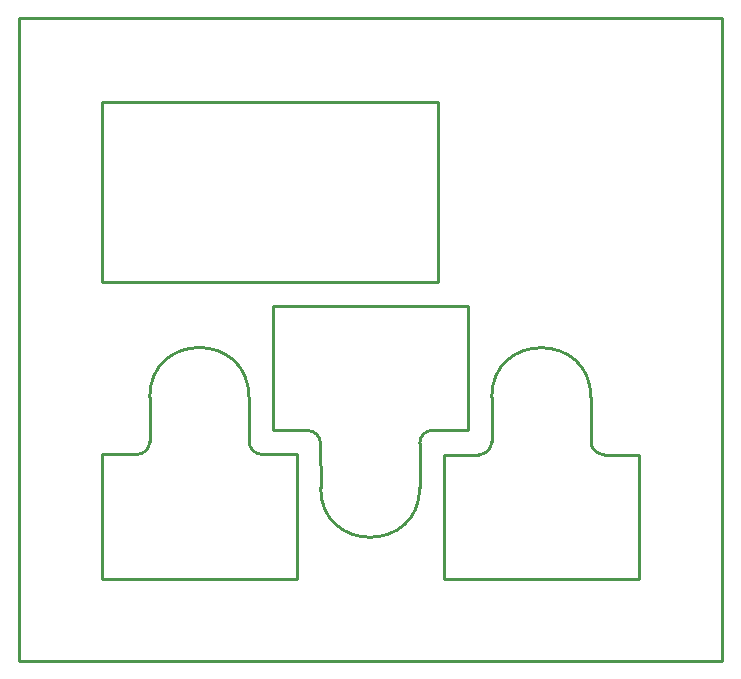
<source format=gbr>
%TF.GenerationSoftware,Altium Limited,Altium Designer,22.7.1 (60)*%
G04 Layer_Color=32768*
%FSLAX43Y43*%
%MOMM*%
%TF.SameCoordinates,798C7C01-C923-4F4B-AA1E-7D7C4C9A7158*%
%TF.FilePolarity,Positive*%
%TF.FileFunction,Other,Board_Outline_(ES)*%
%TF.Part,CustomerPanel*%
G01*
G75*
%TA.AperFunction,NonConductor*%
%ADD23C,0.254*%
D23*
X0Y0D02*
X59500D01*
X0Y54500D02*
X59500D01*
Y0D02*
Y54500D01*
X0Y0D02*
Y54500D01*
X19468Y18616D02*
G03*
X20560Y17525I1092J0D01*
G01*
X9975Y17516D02*
G03*
X11055Y18596I0J1080D01*
G01*
X19455Y22367D02*
G03*
X11055Y22367I-4200J0D01*
G01*
X20560Y17525D02*
X23510Y17516D01*
X19455Y22367D02*
X19468Y18616D01*
X11055Y18596D02*
X11064Y22367D01*
X7000Y17516D02*
X9975D01*
X23510Y7000D02*
Y17516D01*
X7000Y7000D02*
X23510D01*
X7000D02*
Y17516D01*
X25505Y18457D02*
G03*
X24413Y19549I-1092J0D01*
G01*
X34998Y19558D02*
G03*
X33918Y18478I0J-1080D01*
G01*
X25518Y14707D02*
G03*
X33918Y14707I4200J0D01*
G01*
X24413Y19549D02*
X21463Y19558D01*
X25518Y14707D02*
X25505Y18457D01*
X33918Y18478D02*
X33909Y14707D01*
X37973Y19558D02*
X34998D01*
X21463Y30074D02*
Y19558D01*
X37973Y30074D02*
X21463D01*
X37973D02*
Y19558D01*
X7000Y32131D02*
X35448D01*
X7000Y47371D02*
X35448D01*
Y32131D02*
Y47371D01*
X7000Y32131D02*
Y47371D01*
X48418Y18601D02*
G03*
X49510Y17510I1092J0D01*
G01*
X38925Y17501D02*
G03*
X40005Y18581I0J1080D01*
G01*
X48405Y22352D02*
G03*
X40005Y22352I-4200J0D01*
G01*
X49510Y17510D02*
X52460Y17501D01*
X48405Y22352D02*
X48418Y18601D01*
X40005Y18581D02*
X40014Y22352D01*
X35950Y17501D02*
X38925D01*
X52460Y6985D02*
Y17501D01*
X35950Y6985D02*
X52460D01*
X35950D02*
Y17501D01*
%TF.MD5,0dd2b0d22975ab096abff2f6329004a4*%
M02*

</source>
